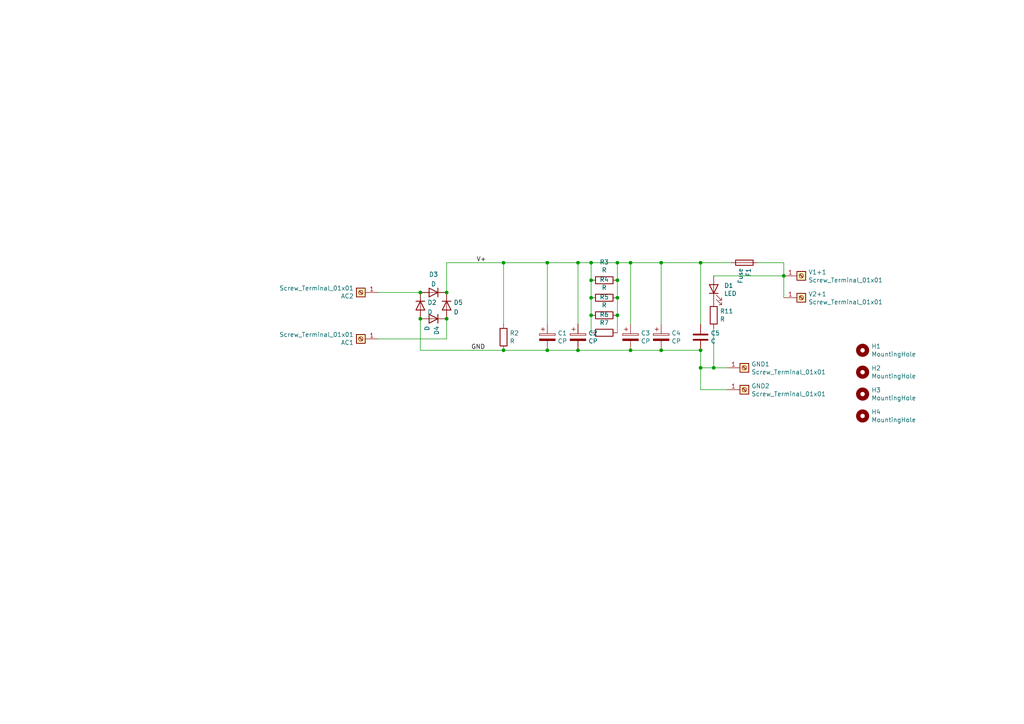
<source format=kicad_sch>
(kicad_sch (version 20211123) (generator eeschema)
  (paper "A4")
  (lib_symbols
    (symbol "Connector:Screw_Terminal_01x01" (pin_names (offset 1.016) hide)
      (property "Reference" "J" (at 0 2.54 0))
      (property "Value" "Screw_Terminal_01x01" (at 0 -2.54 0))
      (symbol "Screw_Terminal_01x01_1_1"
        (rectangle (start -1.27 1.27) (end 1.27 -1.27) (stroke (width 0.254)) (fill (type background)))
        (polyline (pts (xy -0.5334 0.3302) (xy 0.3302 -0.508)) (stroke (width 0.1524)))
        (polyline (pts (xy -0.3556 0.508) (xy 0.508 -0.3302)) (stroke (width 0.1524)))
        (circle (center 0 0) (radius 0.635) (stroke (width 0.1524)))
        (pin passive line (at -5.08 0 0) (length 3.81) (name "Pin_1") (number "1"))
      )
    )
    (symbol "Device:C" (pin_numbers hide) (pin_names (offset 0.254))
      (property "Reference" "C" (at 0.635 2.54 0))
      (property "Value" "C" (at 0.635 -2.54 0))
      (symbol "C_0_1"
        (polyline (pts (xy -2.032 -0.762) (xy 2.032 -0.762)) (stroke (width 0.508)))
        (polyline (pts (xy -2.032 0.762) (xy 2.032 0.762)) (stroke (width 0.508)))
      )
      (symbol "C_1_1"
        (pin passive line (at 0 3.81 270) (length 2.794) (name "~") (number "1"))
        (pin passive line (at 0 -3.81 90) (length 2.794) (name "~") (number "2"))
      )
    )
    (symbol "Device:CP" (pin_numbers hide) (pin_names (offset 0.254))
      (property "Reference" "C" (at 0.635 2.54 0))
      (property "Value" "Device_CP" (at 0.635 -2.54 0))
      (symbol "CP_0_1"
        (rectangle (start -2.286 0.508) (end 2.286 1.016))
        (polyline (pts (xy -1.778 2.286) (xy -0.762 2.286)))
        (polyline (pts (xy -1.27 2.794) (xy -1.27 1.778)))
        (rectangle (start 2.286 -0.508) (end -2.286 -1.016) (fill (type outline)))
      )
      (symbol "CP_1_1"
        (pin passive line (at 0 3.81 270) (length 2.794) (name "~") (number "1"))
        (pin passive line (at 0 -3.81 90) (length 2.794) (name "~") (number "2"))
      )
    )
    (symbol "Device:D" (pin_numbers hide) (pin_names (offset 1.016) hide)
      (property "Reference" "D" (at 0 2.54 0))
      (property "Value" "D" (at 0 -2.54 0))
      (symbol "D_0_1"
        (polyline (pts (xy -1.27 1.27) (xy -1.27 -1.27)) (stroke (width 0.254)))
        (polyline (pts (xy 1.27 0) (xy -1.27 0)))
        (polyline (pts (xy 1.27 1.27) (xy 1.27 -1.27) (xy -1.27 0) (xy 1.27 1.27)) (stroke (width 0.254)))
      )
      (symbol "D_1_1"
        (pin passive line (at -3.81 0 0) (length 2.54) (name "K") (number "1"))
        (pin passive line (at 3.81 0 180) (length 2.54) (name "A") (number "2"))
      )
    )
    (symbol "Device:Fuse" (pin_numbers hide) (pin_names (offset 0))
      (property "Reference" "F" (at 2.032 0 90))
      (property "Value" "Fuse" (at -1.905 0 90))
      (symbol "Fuse_0_1"
        (rectangle (start -0.762 -2.54) (end 0.762 2.54) (stroke (width 0.254)))
        (polyline (pts (xy 0 2.54) (xy 0 -2.54)))
      )
      (symbol "Fuse_1_1"
        (pin passive line (at 0 3.81 270) (length 1.27) (name "~") (number "1"))
        (pin passive line (at 0 -3.81 90) (length 1.27) (name "~") (number "2"))
      )
    )
    (symbol "Device:LED" (pin_numbers hide) (pin_names (offset 1.016) hide)
      (property "Reference" "D" (at 0 2.54 0))
      (property "Value" "LED" (at 0 -2.54 0))
      (symbol "LED_0_1"
        (polyline (pts (xy -1.27 -1.27) (xy -1.27 1.27)) (stroke (width 0.254)))
        (polyline (pts (xy -1.27 0) (xy 1.27 0)))
        (polyline (pts (xy 1.27 -1.27) (xy 1.27 1.27) (xy -1.27 0) (xy 1.27 -1.27)) (stroke (width 0.254)))
        (polyline (pts (xy -3.048 -0.762) (xy -4.572 -2.286) (xy -3.81 -2.286) (xy -4.572 -2.286) (xy -4.572 -1.524)))
        (polyline (pts (xy -1.778 -0.762) (xy -3.302 -2.286) (xy -2.54 -2.286) (xy -3.302 -2.286) (xy -3.302 -1.524)))
      )
      (symbol "LED_1_1"
        (pin passive line (at -3.81 0 0) (length 2.54) (name "K") (number "1"))
        (pin passive line (at 3.81 0 180) (length 2.54) (name "A") (number "2"))
      )
    )
    (symbol "Device:R" (pin_numbers hide) (pin_names (offset 0))
      (property "Reference" "R" (at 2.032 0 90))
      (property "Value" "R" (at 0 0 90))
      (symbol "R_0_1"
        (rectangle (start -1.016 -2.54) (end 1.016 2.54) (stroke (width 0.254)))
      )
      (symbol "R_1_1"
        (pin passive line (at 0 3.81 270) (length 1.27) (name "~") (number "1"))
        (pin passive line (at 0 -3.81 90) (length 1.27) (name "~") (number "2"))
      )
    )
    (symbol "Mechanical:MountingHole" (pin_names (offset 1.016))
      (property "Reference" "H" (at 0 5.08 0))
      (property "Value" "MountingHole" (at 0 3.175 0))
      (symbol "MountingHole_0_1"
        (circle (center 0 0) (radius 1.27) (stroke (width 1.27)))
      )
    )
  )
  (junction (at 207.01 106.68))
  (junction (at 129.54 92.456))
  (junction (at 158.75 101.6))
  (junction (at 158.75 76.2))
  (junction (at 182.88 101.6))
  (junction (at 121.92 84.836))
  (junction (at 171.45 86.36))
  (junction (at 167.64 76.2))
  (junction (at 146.05 76.2))
  (junction (at 179.07 76.2))
  (junction (at 146.05 101.6))
  (junction (at 227.33 80.01))
  (junction (at 179.07 86.36))
  (junction (at 171.45 81.28))
  (junction (at 191.77 101.6))
  (junction (at 203.2 106.68))
  (junction (at 167.64 101.6))
  (junction (at 171.45 91.44))
  (junction (at 121.92 92.456))
  (junction (at 171.45 76.2))
  (junction (at 179.07 91.44))
  (junction (at 129.54 84.836))
  (junction (at 179.07 81.28))
  (junction (at 203.2 101.6))
  (junction (at 203.2 76.2))
  (junction (at 182.88 76.2))
  (junction (at 191.77 76.2))
  (wire (pts (xy 109.728 98.298) (xy 129.54 98.298)))
  (wire (pts (xy 158.75 101.6) (xy 167.64 101.6)))
  (wire (pts (xy 146.05 76.2) (xy 158.75 76.2)))
  (wire (pts (xy 171.45 81.28) (xy 171.45 76.2)))
  (wire (pts (xy 171.45 86.36) (xy 171.45 81.28)))
  (wire (pts (xy 171.45 91.44) (xy 171.45 86.36)))
  (wire (pts (xy 182.88 101.6) (xy 167.64 101.6)))
  (wire (pts (xy 179.07 86.36) (xy 179.07 81.28)))
  (wire (pts (xy 203.2 106.68) (xy 203.2 101.6)))
  (wire (pts (xy 203.2 106.68) (xy 203.2 113.03)))
  (wire (pts (xy 207.01 95.25) (xy 207.01 106.68)))
  (wire (pts (xy 121.92 84.836) (xy 109.728 84.836)))
  (wire (pts (xy 219.71 76.2) (xy 227.33 76.2)))
  (wire (pts (xy 167.64 76.2) (xy 167.64 93.98)))
  (wire (pts (xy 210.82 106.68) (xy 207.01 106.68)))
  (wire (pts (xy 203.2 113.03) (xy 210.82 113.03)))
  (wire (pts (xy 203.2 76.2) (xy 203.2 93.98)))
  (wire (pts (xy 129.54 84.836) (xy 129.54 76.2)))
  (wire (pts (xy 167.64 76.2) (xy 171.45 76.2)))
  (wire (pts (xy 203.2 76.2) (xy 212.09 76.2)))
  (wire (pts (xy 191.77 76.2) (xy 191.77 93.98)))
  (wire (pts (xy 207.01 106.68) (xy 203.2 106.68)))
  (wire (pts (xy 182.88 76.2) (xy 191.77 76.2)))
  (wire (pts (xy 146.05 93.98) (xy 146.05 76.2)))
  (wire (pts (xy 182.88 101.6) (xy 191.77 101.6)))
  (wire (pts (xy 179.07 76.2) (xy 182.88 76.2)))
  (wire (pts (xy 182.88 76.2) (xy 182.88 93.98)))
  (wire (pts (xy 171.45 76.2) (xy 179.07 76.2)))
  (wire (pts (xy 207.01 80.01) (xy 227.33 80.01)))
  (wire (pts (xy 171.45 96.52) (xy 171.45 91.44)))
  (wire (pts (xy 121.92 92.456) (xy 121.92 101.6)))
  (wire (pts (xy 121.92 101.6) (xy 146.05 101.6)))
  (wire (pts (xy 179.07 91.44) (xy 179.07 86.36)))
  (wire (pts (xy 227.33 76.2) (xy 227.33 80.01)))
  (wire (pts (xy 179.07 81.28) (xy 179.07 76.2)))
  (wire (pts (xy 158.75 101.6) (xy 146.05 101.6)))
  (wire (pts (xy 179.07 96.52) (xy 179.07 91.44)))
  (wire (pts (xy 129.54 76.2) (xy 146.05 76.2)))
  (wire (pts (xy 227.33 86.36) (xy 227.33 80.01)))
  (wire (pts (xy 129.54 92.456) (xy 129.54 98.298)))
  (wire (pts (xy 191.77 101.6) (xy 203.2 101.6)))
  (wire (pts (xy 158.75 76.2) (xy 167.64 76.2)))
  (wire (pts (xy 158.75 93.98) (xy 158.75 76.2)))
  (wire (pts (xy 191.77 76.2) (xy 203.2 76.2)))
  (label "GND" (at 136.652 101.6 0))
  (label "V+" (at 138.176 76.2 0))
  (symbol (lib_id "Connector:Screw_Terminal_01x01") (at 232.41 86.36 0) (unit 1)
    (property "Reference" "V2+1" (at 234.442 85.2932 0) (effects (justify left)))
    (property "Value" "Screw_Terminal_01x01" (at 234.442 87.6046 0) (effects (justify left)))
    (property "Footprint" "Custom Library:M4_Screw_Terminal" (effects hide))
  )
  (symbol (lib_id "Connector:Screw_Terminal_01x01") (at 232.41 80.01 0) (unit 1)
    (property "Reference" "V1+1" (at 234.442 78.9432 0) (effects (justify left)))
    (property "Value" "Screw_Terminal_01x01" (at 234.442 81.2546 0) (effects (justify left)))
    (property "Footprint" "Custom Library:M4_Screw_Terminal" (effects hide))
  )
  (symbol (lib_id "Device:R") (at 175.26 81.28 90) (unit 1)
    (property "Reference" "R3" (at 175.26 76.0222 90))
    (property "Value" "R" (at 175.26 78.3336 90))
    (property "Footprint" "Resistor_THT:R_Axial_DIN0411_L9.9mm_D3.6mm_P12.70mm_Horizontal" (effects hide))
  )
  (symbol (lib_id "Device:R") (at 175.26 86.36 90) (unit 1)
    (property "Reference" "R4" (at 175.26 81.1022 90))
    (property "Value" "R" (at 175.26 83.4136 90))
    (property "Footprint" "Resistor_THT:R_Axial_DIN0411_L9.9mm_D3.6mm_P12.70mm_Horizontal" (effects hide))
  )
  (symbol (lib_id "Device:R") (at 175.26 91.44 90) (unit 1)
    (property "Reference" "R5" (at 175.26 86.1822 90))
    (property "Value" "R" (at 175.26 88.4936 90))
    (property "Footprint" "Resistor_THT:R_Axial_DIN0411_L9.9mm_D3.6mm_P12.70mm_Horizontal" (effects hide))
  )
  (symbol (lib_id "Device:R") (at 175.26 96.52 90) (unit 1)
    (property "Reference" "R6" (at 175.26 91.2622 90))
    (property "Value" "R7" (at 175.26 93.5736 90))
    (property "Footprint" "Resistor_THT:R_Axial_DIN0411_L9.9mm_D3.6mm_P12.70mm_Horizontal" (effects hide))
  )
  (symbol (lib_id "Device:R") (at 146.05 97.79 180) (unit 1)
    (property "Reference" "R2" (at 147.828 96.6216 0) (effects (justify right)))
    (property "Value" "R" (at 147.828 98.933 0) (effects (justify right)))
    (property "Footprint" "Resistor_THT:R_Axial_DIN0411_L9.9mm_D3.6mm_P12.70mm_Horizontal" (effects hide))
  )
  (symbol (lib_id "Device:CP") (at 158.75 97.79 0) (unit 1)
    (property "Reference" "C1" (at 161.7472 96.6216 0) (effects (justify left)))
    (property "Value" "CP" (at 161.7472 98.933 0) (effects (justify left)))
    (property "Footprint" "Capacitor_THT:CP_Radial_D35.0mm_P10.00mm_SnapIn" (effects hide))
  )
  (symbol (lib_id "Device:CP") (at 167.64 97.79 0) (unit 1)
    (property "Reference" "C2" (at 170.6372 96.6216 0) (effects (justify left)))
    (property "Value" "CP" (at 170.6372 98.933 0) (effects (justify left)))
    (property "Footprint" "Capacitor_THT:CP_Radial_D35.0mm_P10.00mm_SnapIn" (effects hide))
  )
  (symbol (lib_id "Device:CP") (at 182.88 97.79 0) (unit 1)
    (property "Reference" "C3" (at 185.8772 96.6216 0) (effects (justify left)))
    (property "Value" "CP" (at 185.8772 98.933 0) (effects (justify left)))
    (property "Footprint" "Capacitor_THT:CP_Radial_D35.0mm_P10.00mm_SnapIn" (effects hide))
  )
  (symbol (lib_id "Device:CP") (at 191.77 97.79 0) (unit 1)
    (property "Reference" "C4" (at 194.7672 96.6216 0) (effects (justify left)))
    (property "Value" "CP" (at 194.7672 98.933 0) (effects (justify left)))
    (property "Footprint" "Capacitor_THT:CP_Radial_D35.0mm_P10.00mm_SnapIn" (effects hide))
  )
  (symbol (lib_id "Device:C") (at 203.2 97.79 0) (unit 1)
    (property "Reference" "C5" (at 206.121 96.6216 0) (effects (justify left)))
    (property "Value" "C" (at 206.121 98.933 0) (effects (justify left)))
    (property "Footprint" "Capacitor_THT:C_Rect_L7.2mm_W11.0mm_P5.00mm_FKS2_FKP2_MKS2_MKP2" (effects hide))
  )
  (symbol (lib_id "Connector:Screw_Terminal_01x01") (at 215.9 113.03 0) (unit 1)
    (property "Reference" "GND2" (at 217.932 111.9632 0) (effects (justify left)))
    (property "Value" "Screw_Terminal_01x01" (at 217.932 114.2746 0) (effects (justify left)))
    (property "Footprint" "Custom Library:M4_Screw_Terminal" (effects hide))
  )
  (symbol (lib_id "Connector:Screw_Terminal_01x01") (at 215.9 106.68 0) (unit 1)
    (property "Reference" "GND1" (at 217.932 105.6132 0) (effects (justify left)))
    (property "Value" "Screw_Terminal_01x01" (at 217.932 107.9246 0) (effects (justify left)))
    (property "Footprint" "Custom Library:M4_Screw_Terminal" (effects hide))
  )
  (symbol (lib_id "Device:Fuse") (at 215.9 76.2 270) (unit 1)
    (property "Reference" "F1" (at 217.0684 77.724 0) (effects (justify left)))
    (property "Value" "Fuse" (at 214.757 77.724 0) (effects (justify left)))
    (property "Footprint" "Fuse:Fuseholder_Cylinder-5x20mm_Schurter_0031_8201_Horizontal_Open" (effects hide))
  )
  (symbol (lib_id "Device:R") (at 207.01 91.44 180) (unit 1)
    (property "Reference" "R11" (at 208.788 90.2716 0) (effects (justify right)))
    (property "Value" "R" (at 208.788 92.583 0) (effects (justify right)))
    (property "Footprint" "Resistor_THT:R_Axial_DIN0204_L3.6mm_D1.6mm_P5.08mm_Horizontal" (effects hide))
  )
  (symbol (lib_id "Device:LED") (at 207.01 83.82 90) (unit 1)
    (property "Reference" "D1" (at 210.0072 82.8294 90) (effects (justify right)))
    (property "Value" "LED" (at 210.0072 85.1408 90) (effects (justify right)))
    (property "Footprint" "LED_THT:LED_D3.0mm" (effects hide))
  )
  (symbol (lib_id "Mechanical:MountingHole") (at 250.19 101.6 0) (unit 1)
    (property "Reference" "H1" (at 252.73 100.4316 0) (effects (justify left)))
    (property "Value" "MountingHole" (at 252.73 102.743 0) (effects (justify left)))
    (property "Footprint" "MountingHole:MountingHole_3.2mm_M3_DIN965_Pad" (effects hide))
  )
  (symbol (lib_id "Mechanical:MountingHole") (at 250.19 107.95 0) (unit 1)
    (property "Reference" "H2" (at 252.73 106.7816 0) (effects (justify left)))
    (property "Value" "MountingHole" (at 252.73 109.093 0) (effects (justify left)))
    (property "Footprint" "MountingHole:MountingHole_3.2mm_M3_DIN965_Pad" (effects hide))
  )
  (symbol (lib_id "Mechanical:MountingHole") (at 250.19 114.3 0) (unit 1)
    (property "Reference" "H3" (at 252.73 113.1316 0) (effects (justify left)))
    (property "Value" "MountingHole" (at 252.73 115.443 0) (effects (justify left)))
    (property "Footprint" "MountingHole:MountingHole_3.2mm_M3_DIN965_Pad" (effects hide))
  )
  (symbol (lib_id "Mechanical:MountingHole") (at 250.19 120.65 0) (unit 1)
    (property "Reference" "H4" (at 252.73 119.4816 0) (effects (justify left)))
    (property "Value" "MountingHole" (at 252.73 121.793 0) (effects (justify left)))
    (property "Footprint" "MountingHole:MountingHole_3.2mm_M3_DIN965_Pad" (effects hide))
  )
  (symbol (lib_id "Device:D") (at 121.92 88.646 270) (unit 1)
    (property "Reference" "D2" (at 123.952 87.7375 90) (effects (justify left)))
    (property "Value" "D" (at 123.952 90.5126 90) (effects (justify left)))
    (property "Footprint" "Package_TO_SOT_THT:TO-220-2_Vertical" (effects hide))
  )
  (symbol (lib_id "Device:D") (at 129.54 88.646 270) (unit 1)
    (property "Reference" "D5" (at 131.572 87.7375 90) (effects (justify left)))
    (property "Value" "D" (at 131.572 90.5126 90) (effects (justify left)))
    (property "Footprint" "Package_TO_SOT_THT:TO-220-2_Vertical" (effects hide))
  )
  (symbol (lib_id "Device:D") (at 125.73 92.456 180) (unit 1)
    (property "Reference" "D4" (at 126.6385 94.488 90) (effects (justify left)))
    (property "Value" "D" (at 123.8634 94.488 90) (effects (justify left)))
    (property "Footprint" "Package_TO_SOT_THT:TO-220-2_Vertical" (effects hide))
  )
  (symbol (lib_id "Device:D") (at 125.73 84.836 180) (unit 1)
    (property "Reference" "D3" (at 125.73 79.5995 0))
    (property "Value" "D" (at 125.73 82.3746 0))
    (property "Footprint" "Package_TO_SOT_THT:TO-220-2_Vertical" (effects hide))
  )
  (symbol (lib_id "Connector:Screw_Terminal_01x01") (at 104.648 98.298 180) (unit 1)
    (property "Reference" "AC1" (at 102.616 99.3648 0) (effects (justify left)))
    (property "Value" "Screw_Terminal_01x01" (at 102.616 97.0534 0) (effects (justify left)))
    (property "Footprint" "Custom Library:M4_Screw_Terminal" (effects hide))
  )
  (symbol (lib_id "Connector:Screw_Terminal_01x01") (at 104.648 84.836 180) (unit 1)
    (property "Reference" "AC2" (at 102.616 85.9028 0) (effects (justify left)))
    (property "Value" "Screw_Terminal_01x01" (at 102.616 83.5914 0) (effects (justify left)))
    (property "Footprint" "Custom Library:M4_Screw_Terminal" (effects hide))
  )
)
</source>
